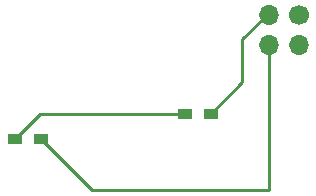
<source format=gbl>
G04 #@! TF.FileFunction,Copper,L2,Bot,Signal*
%FSLAX46Y46*%
G04 Gerber Fmt 4.6, Leading zero omitted, Abs format (unit mm)*
G04 Created by KiCad (PCBNEW 4.0.7) date 07/12/18 15:29:07*
%MOMM*%
%LPD*%
G01*
G04 APERTURE LIST*
%ADD10C,0.100000*%
%ADD11C,1.700000*%
%ADD12O,1.700000X1.700000*%
%ADD13R,1.200000X0.900000*%
%ADD14C,0.250000*%
G04 APERTURE END LIST*
D10*
D11*
X133930000Y-83990000D03*
D12*
X133930000Y-86530000D03*
X131390000Y-83990000D03*
X131390000Y-86530000D03*
D13*
X126490000Y-92370000D03*
X124290000Y-92370000D03*
X112090000Y-94490000D03*
X109890000Y-94490000D03*
D14*
X112090000Y-94490000D02*
X112100000Y-94490000D01*
X112100000Y-94490000D02*
X116430000Y-98820000D01*
X116430000Y-98820000D02*
X131400000Y-98820000D01*
X131400000Y-98820000D02*
X131390000Y-98550000D01*
X131390000Y-98550000D02*
X131390000Y-86530000D01*
X124290000Y-92370000D02*
X112010000Y-92370000D01*
X112010000Y-92370000D02*
X109890000Y-94490000D01*
X131390000Y-83990000D02*
X131230000Y-83990000D01*
X131230000Y-83990000D02*
X129140000Y-86080000D01*
X129140000Y-86080000D02*
X129140000Y-89720000D01*
X129140000Y-89720000D02*
X126490000Y-92370000D01*
M02*

</source>
